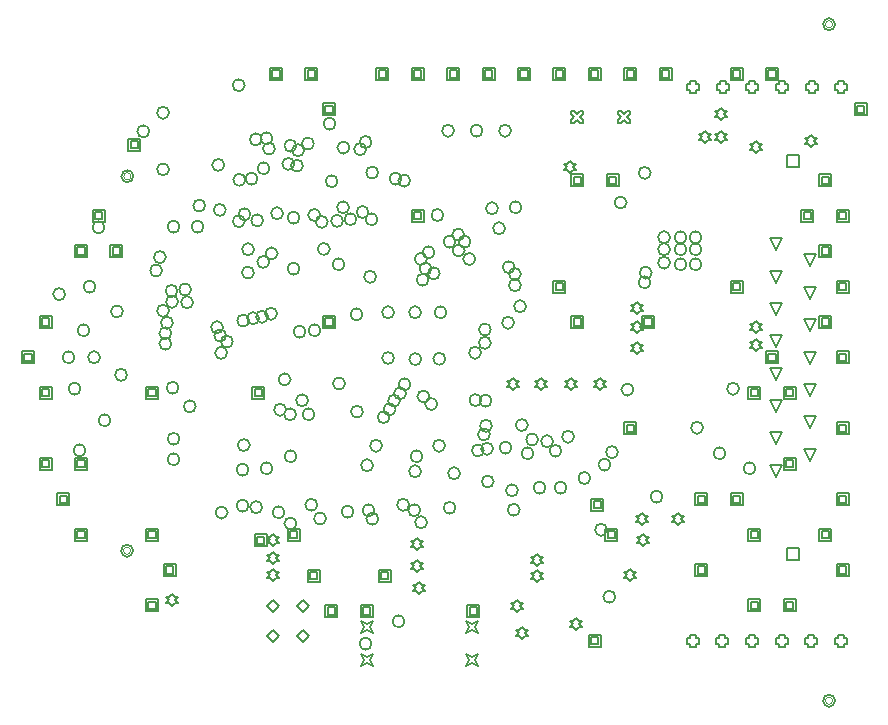
<source format=gbr>
G04*
G04 #@! TF.GenerationSoftware,Altium Limited,Altium Designer,25.1.2 (22)*
G04*
G04 Layer_Color=2752767*
%FSLAX25Y25*%
%MOIN*%
G70*
G04*
G04 #@! TF.SameCoordinates,306FC79E-9B49-4897-B38B-A4FC230E2DB4*
G04*
G04*
G04 #@! TF.FilePolarity,Positive*
G04*
G01*
G75*
%ADD87C,0.00500*%
%ADD88C,0.00667*%
%ADD89C,0.00400*%
D87*
X631000Y441500D02*
Y445500D01*
X635000D01*
Y441500D01*
X631000D01*
Y310319D02*
Y314319D01*
X635000D01*
Y310319D01*
X631000D01*
X638590Y408272D02*
X636590Y412272D01*
X640590D01*
X638590Y408272D01*
Y397484D02*
X636590Y401484D01*
X640590D01*
X638590Y397484D01*
Y386697D02*
X636590Y390697D01*
X640590D01*
X638590Y386697D01*
Y375909D02*
X636590Y379909D01*
X640590D01*
X638590Y375909D01*
Y365122D02*
X636590Y369122D01*
X640590D01*
X638590Y365122D01*
Y354335D02*
X636590Y358335D01*
X640590D01*
X638590Y354335D01*
Y343547D02*
X636590Y347547D01*
X640590D01*
X638590Y343547D01*
X627410Y413665D02*
X625410Y417665D01*
X629410D01*
X627410Y413665D01*
Y402878D02*
X625410Y406878D01*
X629410D01*
X627410Y402878D01*
Y392091D02*
X625410Y396091D01*
X629410D01*
X627410Y392091D01*
Y381303D02*
X625410Y385303D01*
X629410D01*
X627410Y381303D01*
Y370516D02*
X625410Y374516D01*
X629410D01*
X627410Y370516D01*
Y359728D02*
X625410Y363728D01*
X629410D01*
X627410Y359728D01*
Y348941D02*
X625410Y352941D01*
X629410D01*
X627410Y348941D01*
Y338154D02*
X625410Y342154D01*
X629410D01*
X627410Y338154D01*
X574563Y456005D02*
X575563D01*
X576563Y457005D01*
X577563Y456005D01*
X578563D01*
Y457005D01*
X577563Y458005D01*
X578563Y459005D01*
Y460005D01*
X577563D01*
X576563Y459005D01*
X575563Y460005D01*
X574563D01*
Y459005D01*
X575563Y458005D01*
X574563Y457005D01*
Y456005D01*
X558972D02*
X559972D01*
X560972Y457005D01*
X561972Y456005D01*
X562972D01*
Y457005D01*
X561972Y458005D01*
X562972Y459005D01*
Y460005D01*
X561972D01*
X560972Y459005D01*
X559972Y460005D01*
X558972D01*
Y459005D01*
X559972Y458005D01*
X558972Y457005D01*
Y456005D01*
X648000Y467000D02*
Y466000D01*
X650000D01*
Y467000D01*
X651000D01*
Y469000D01*
X650000D01*
Y470000D01*
X648000D01*
Y469000D01*
X647000D01*
Y467000D01*
X648000D01*
X638158D02*
Y466000D01*
X640158D01*
Y467000D01*
X641157D01*
Y469000D01*
X640158D01*
Y470000D01*
X638158D01*
Y469000D01*
X637157D01*
Y467000D01*
X638158D01*
X628315D02*
Y466000D01*
X630315D01*
Y467000D01*
X631315D01*
Y469000D01*
X630315D01*
Y470000D01*
X628315D01*
Y469000D01*
X627315D01*
Y467000D01*
X628315D01*
X618472D02*
Y466000D01*
X620472D01*
Y467000D01*
X621472D01*
Y469000D01*
X620472D01*
Y470000D01*
X618472D01*
Y469000D01*
X617472D01*
Y467000D01*
X618472D01*
X608630D02*
Y466000D01*
X610630D01*
Y467000D01*
X611630D01*
Y469000D01*
X610630D01*
Y470000D01*
X608630D01*
Y469000D01*
X607630D01*
Y467000D01*
X608630D01*
X598787D02*
Y466000D01*
X600787D01*
Y467000D01*
X601787D01*
Y469000D01*
X600787D01*
Y470000D01*
X598787D01*
Y469000D01*
X597787D01*
Y467000D01*
X598787D01*
X467500Y285000D02*
X469500Y287000D01*
X471500Y285000D01*
X469500Y283000D01*
X467500Y285000D01*
X457500D02*
X459500Y287000D01*
X461500Y285000D01*
X459500Y283000D01*
X457500Y285000D01*
X467500Y295000D02*
X469500Y297000D01*
X471500Y295000D01*
X469500Y293000D01*
X467500Y295000D01*
X457500D02*
X459500Y297000D01*
X461500Y295000D01*
X459500Y293000D01*
X457500Y295000D01*
X598630Y282500D02*
Y281500D01*
X600630D01*
Y282500D01*
X601630D01*
Y284500D01*
X600630D01*
Y285500D01*
X598630D01*
Y284500D01*
X597630D01*
Y282500D01*
X598630D01*
X608472D02*
Y281500D01*
X610472D01*
Y282500D01*
X611472D01*
Y284500D01*
X610472D01*
Y285500D01*
X608472D01*
Y284500D01*
X607472D01*
Y282500D01*
X608472D01*
X618315Y282500D02*
Y281500D01*
X620315D01*
Y282500D01*
X621315D01*
Y284500D01*
X620315D01*
Y285500D01*
X618315D01*
Y284500D01*
X617315D01*
Y282500D01*
X618315D01*
X628158D02*
Y281500D01*
X630158D01*
Y282500D01*
X631157D01*
Y284500D01*
X630158D01*
Y285500D01*
X628158D01*
Y284500D01*
X627157D01*
Y282500D01*
X628158D01*
X638000Y282500D02*
Y281500D01*
X640000D01*
Y282500D01*
X641000D01*
Y284500D01*
X640000D01*
Y285500D01*
X638000D01*
Y284500D01*
X637000D01*
Y282500D01*
X638000D01*
X647843D02*
Y281500D01*
X649843D01*
Y282500D01*
X650843D01*
Y284500D01*
X649843D01*
Y285500D01*
X647843D01*
Y284500D01*
X646842D01*
Y282500D01*
X647843D01*
X524000Y275087D02*
X525000Y277087D01*
X524000Y279087D01*
X526000Y278087D01*
X528000Y279087D01*
X527000Y277087D01*
X528000Y275087D01*
X526000Y276087D01*
X524000Y275087D01*
Y285913D02*
X525000Y287913D01*
X524000Y289913D01*
X526000Y288913D01*
X528000Y289913D01*
X527000Y287913D01*
X528000Y285913D01*
X526000Y286913D01*
X524000Y285913D01*
X489000Y275087D02*
X490000Y277087D01*
X489000Y279087D01*
X491000Y278087D01*
X493000Y279087D01*
X492000Y277087D01*
X493000Y275087D01*
X491000Y276087D01*
X489000Y275087D01*
Y285913D02*
X490000Y287913D01*
X489000Y289913D01*
X491000Y288913D01*
X493000Y289913D01*
X492000Y287913D01*
X493000Y285913D01*
X491000Y286913D01*
X489000Y285913D01*
X583000Y315000D02*
X584000Y316000D01*
X585000D01*
X584000Y317000D01*
X585000Y318000D01*
X584000D01*
X583000Y319000D01*
X582000Y318000D01*
X581000D01*
X582000Y317000D01*
X581000Y316000D01*
X582000D01*
X583000Y315000D01*
X578500Y303500D02*
X579500Y304500D01*
X580500D01*
X579500Y305500D01*
X580500Y306500D01*
X579500D01*
X578500Y307500D01*
X577500Y306500D01*
X576500D01*
X577500Y305500D01*
X576500Y304500D01*
X577500D01*
X578500Y303500D01*
X620500Y446000D02*
X621500Y447000D01*
X622500D01*
X621500Y448000D01*
X622500Y449000D01*
X621500D01*
X620500Y450000D01*
X619500Y449000D01*
X618500D01*
X619500Y448000D01*
X618500Y447000D01*
X619500D01*
X620500Y446000D01*
X639000Y448000D02*
X640000Y449000D01*
X641000D01*
X640000Y450000D01*
X641000Y451000D01*
X640000D01*
X639000Y452000D01*
X638000Y451000D01*
X637000D01*
X638000Y450000D01*
X637000Y449000D01*
X638000D01*
X639000Y448000D01*
X570407Y316898D02*
Y320898D01*
X574407D01*
Y316898D01*
X570407D01*
X571207Y317698D02*
Y320097D01*
X573607D01*
Y317698D01*
X571207D01*
X600362Y305086D02*
Y309086D01*
X604362D01*
Y305086D01*
X600362D01*
X601162Y305887D02*
Y308286D01*
X603562D01*
Y305887D01*
X601162D01*
X417291Y364142D02*
Y368142D01*
X421291D01*
Y364142D01*
X417291D01*
X418091Y364942D02*
Y367342D01*
X420491D01*
Y364942D01*
X418091D01*
X505874Y423197D02*
Y427197D01*
X509874D01*
Y423197D01*
X505874D01*
X506674Y423997D02*
Y426397D01*
X509074D01*
Y423997D01*
X506674D01*
X476346Y458630D02*
Y462630D01*
X480346D01*
Y458630D01*
X476346D01*
X477146Y459430D02*
Y461830D01*
X479546D01*
Y459430D01*
X477146D01*
X423197Y305086D02*
Y309086D01*
X427197D01*
Y305086D01*
X423197D01*
X423997Y305887D02*
Y308286D01*
X426397D01*
Y305887D01*
X423997D01*
X411386Y446819D02*
Y450819D01*
X415386D01*
Y446819D01*
X411386D01*
X412186Y447619D02*
Y450019D01*
X414586D01*
Y447619D01*
X412186D01*
X417291Y316898D02*
Y320898D01*
X421291D01*
Y316898D01*
X417291D01*
X418091Y317698D02*
Y320097D01*
X420491D01*
Y317698D01*
X418091D01*
X508343Y299157D02*
X509343Y300157D01*
X510343D01*
X509343Y301157D01*
X510343Y302157D01*
X509343D01*
X508343Y303157D01*
X507343Y302157D01*
X506343D01*
X507343Y301157D01*
X506343Y300157D01*
X507343D01*
X508343Y299157D01*
X560500Y287000D02*
X561500Y288000D01*
X562500D01*
X561500Y289000D01*
X562500Y290000D01*
X561500D01*
X560500Y291000D01*
X559500Y290000D01*
X558500D01*
X559500Y289000D01*
X558500Y288000D01*
X559500D01*
X560500Y287000D01*
X541000Y293000D02*
X542000Y294000D01*
X543000D01*
X542000Y295000D01*
X543000Y296000D01*
X542000D01*
X541000Y297000D01*
X540000Y296000D01*
X539000D01*
X540000Y295000D01*
X539000Y294000D01*
X540000D01*
X541000Y293000D01*
X547500Y303000D02*
X548500Y304000D01*
X549500D01*
X548500Y305000D01*
X549500Y306000D01*
X548500D01*
X547500Y307000D01*
X546500Y306000D01*
X545500D01*
X546500Y305000D01*
X545500Y304000D01*
X546500D01*
X547500Y303000D01*
X542500Y284091D02*
X543500Y285091D01*
X544500D01*
X543500Y286091D01*
X544500Y287091D01*
X543500D01*
X542500Y288091D01*
X541500Y287091D01*
X540500D01*
X541500Y286091D01*
X540500Y285091D01*
X541500D01*
X542500Y284091D01*
X426000Y295000D02*
X427000Y296000D01*
X428000D01*
X427000Y297000D01*
X428000Y298000D01*
X427000D01*
X426000Y299000D01*
X425000Y298000D01*
X424000D01*
X425000Y297000D01*
X424000Y296000D01*
X425000D01*
X426000Y295000D01*
X565705Y326811D02*
Y330811D01*
X569705D01*
Y326811D01*
X565705D01*
X566505Y327611D02*
Y330011D01*
X568905D01*
Y327611D01*
X566505D01*
X524366Y291378D02*
Y295378D01*
X528366D01*
Y291378D01*
X524366D01*
X525166Y292178D02*
Y294578D01*
X527566D01*
Y292178D01*
X525166D01*
X494839Y303189D02*
Y307189D01*
X498839D01*
Y303189D01*
X494839D01*
X495639Y303989D02*
Y306389D01*
X498039D01*
Y303989D01*
X495639D01*
X488933Y291378D02*
Y295378D01*
X492933D01*
Y291378D01*
X488933D01*
X489733Y292178D02*
Y294578D01*
X492133D01*
Y292178D01*
X489733D01*
X471216Y303189D02*
Y307189D01*
X475216D01*
Y303189D01*
X471216D01*
X472016Y303989D02*
Y306389D01*
X474416D01*
Y303989D01*
X472016D01*
X477122Y291378D02*
Y295378D01*
X481122D01*
Y291378D01*
X477122D01*
X477922Y292178D02*
Y294578D01*
X480322D01*
Y292178D01*
X477922D01*
X453500Y315000D02*
Y319000D01*
X457500D01*
Y315000D01*
X453500D01*
X454300Y315800D02*
Y318200D01*
X456700D01*
Y315800D01*
X454300D01*
X653512Y458630D02*
Y462630D01*
X657512D01*
Y458630D01*
X653512D01*
X654312Y459430D02*
Y461830D01*
X656712D01*
Y459430D01*
X654312D01*
X647606Y423197D02*
Y427197D01*
X651606D01*
Y423197D01*
X647606D01*
X648406Y423997D02*
Y426397D01*
X650806D01*
Y423997D01*
X648406D01*
X647606Y399575D02*
Y403575D01*
X651606D01*
Y399575D01*
X647606D01*
X648406Y400375D02*
Y402775D01*
X650806D01*
Y400375D01*
X648406D01*
X647606Y375953D02*
Y379953D01*
X651606D01*
Y375953D01*
X647606D01*
X648406Y376753D02*
Y379153D01*
X650806D01*
Y376753D01*
X648406D01*
X647606Y352331D02*
Y356331D01*
X651606D01*
Y352331D01*
X647606D01*
X648406Y353131D02*
Y355531D01*
X650806D01*
Y353131D01*
X648406D01*
X647606Y328709D02*
Y332709D01*
X651606D01*
Y328709D01*
X647606D01*
X648406Y329509D02*
Y331909D01*
X650806D01*
Y329509D01*
X648406D01*
X647606Y305086D02*
Y309086D01*
X651606D01*
Y305086D01*
X647606D01*
X648406Y305887D02*
Y308286D01*
X650806D01*
Y305887D01*
X648406D01*
X641701Y435008D02*
Y439008D01*
X645701D01*
Y435008D01*
X641701D01*
X642501Y435808D02*
Y438208D01*
X644901D01*
Y435808D01*
X642501D01*
X635795Y423197D02*
Y427197D01*
X639795D01*
Y423197D01*
X635795D01*
X636595Y423997D02*
Y426397D01*
X638995D01*
Y423997D01*
X636595D01*
X641701Y411386D02*
Y415386D01*
X645701D01*
Y411386D01*
X641701D01*
X642501Y412186D02*
Y414586D01*
X644901D01*
Y412186D01*
X642501D01*
X641701Y387764D02*
Y391764D01*
X645701D01*
Y387764D01*
X641701D01*
X642501Y388564D02*
Y390964D01*
X644901D01*
Y388564D01*
X642501D01*
X641701Y316898D02*
Y320898D01*
X645701D01*
Y316898D01*
X641701D01*
X642501Y317698D02*
Y320097D01*
X644901D01*
Y317698D01*
X642501D01*
X623984Y470441D02*
Y474441D01*
X627984D01*
Y470441D01*
X623984D01*
X624784Y471241D02*
Y473641D01*
X627184D01*
Y471241D01*
X624784D01*
X623984Y375953D02*
Y379953D01*
X627984D01*
Y375953D01*
X623984D01*
X624784Y376753D02*
Y379153D01*
X627184D01*
Y376753D01*
X624784D01*
X629890Y364142D02*
Y368142D01*
X633890D01*
Y364142D01*
X629890D01*
X630690Y364942D02*
Y367342D01*
X633090D01*
Y364942D01*
X630690D01*
X629890Y340520D02*
Y344520D01*
X633890D01*
Y340520D01*
X629890D01*
X630690Y341320D02*
Y343720D01*
X633090D01*
Y341320D01*
X630690D01*
X629890Y293275D02*
Y297275D01*
X633890D01*
Y293275D01*
X629890D01*
X630690Y294075D02*
Y296476D01*
X633090D01*
Y294075D01*
X630690D01*
X612173Y470441D02*
Y474441D01*
X616173D01*
Y470441D01*
X612173D01*
X612973Y471241D02*
Y473641D01*
X615373D01*
Y471241D01*
X612973D01*
X612173Y399575D02*
Y403575D01*
X616173D01*
Y399575D01*
X612173D01*
X612973Y400375D02*
Y402775D01*
X615373D01*
Y400375D01*
X612973D01*
X618079Y364142D02*
Y368142D01*
X622079D01*
Y364142D01*
X618079D01*
X618879Y364942D02*
Y367342D01*
X621278D01*
Y364942D01*
X618879D01*
X612173Y328709D02*
Y332709D01*
X616173D01*
Y328709D01*
X612173D01*
X612973Y329509D02*
Y331909D01*
X615373D01*
Y329509D01*
X612973D01*
X618079Y316898D02*
Y320898D01*
X622079D01*
Y316898D01*
X618079D01*
X618879Y317698D02*
Y320097D01*
X621278D01*
Y317698D01*
X618879D01*
X618079Y293275D02*
Y297275D01*
X622079D01*
Y293275D01*
X618079D01*
X618879Y294075D02*
Y296476D01*
X621278D01*
Y294075D01*
X618879D01*
X600362Y328709D02*
Y332709D01*
X604362D01*
Y328709D01*
X600362D01*
X601162Y329509D02*
Y331909D01*
X603562D01*
Y329509D01*
X601162D01*
X588551Y470441D02*
Y474441D01*
X592551D01*
Y470441D01*
X588551D01*
X589351Y471241D02*
Y473641D01*
X591751D01*
Y471241D01*
X589351D01*
X576740Y470441D02*
Y474441D01*
X580740D01*
Y470441D01*
X576740D01*
X577540Y471241D02*
Y473641D01*
X579940D01*
Y471241D01*
X577540D01*
X582646Y387764D02*
Y391764D01*
X586646D01*
Y387764D01*
X582646D01*
X583446Y388564D02*
Y390964D01*
X585846D01*
Y388564D01*
X583446D01*
X576740Y352331D02*
Y356331D01*
X580740D01*
Y352331D01*
X576740D01*
X577540Y353131D02*
Y355531D01*
X579940D01*
Y353131D01*
X577540D01*
X564929Y470441D02*
Y474441D01*
X568929D01*
Y470441D01*
X564929D01*
X565729Y471241D02*
Y473641D01*
X568129D01*
Y471241D01*
X565729D01*
X570834Y435008D02*
Y439008D01*
X574834D01*
Y435008D01*
X570834D01*
X571634Y435808D02*
Y438208D01*
X574035D01*
Y435808D01*
X571634D01*
X564929Y281465D02*
Y285465D01*
X568929D01*
Y281465D01*
X564929D01*
X565729Y282264D02*
Y284665D01*
X568129D01*
Y282264D01*
X565729D01*
X553118Y470441D02*
Y474441D01*
X557118D01*
Y470441D01*
X553118D01*
X553918Y471241D02*
Y473641D01*
X556318D01*
Y471241D01*
X553918D01*
X559023Y435008D02*
Y439008D01*
X563023D01*
Y435008D01*
X559023D01*
X559823Y435808D02*
Y438208D01*
X562223D01*
Y435808D01*
X559823D01*
X553118Y399575D02*
Y403575D01*
X557118D01*
Y399575D01*
X553118D01*
X553918Y400375D02*
Y402775D01*
X556318D01*
Y400375D01*
X553918D01*
X559023Y387764D02*
Y391764D01*
X563023D01*
Y387764D01*
X559023D01*
X559823Y388564D02*
Y390964D01*
X562223D01*
Y388564D01*
X559823D01*
X541307Y470441D02*
Y474441D01*
X545307D01*
Y470441D01*
X541307D01*
X542107Y471241D02*
Y473641D01*
X544507D01*
Y471241D01*
X542107D01*
X529496Y470441D02*
Y474441D01*
X533496D01*
Y470441D01*
X529496D01*
X530296Y471241D02*
Y473641D01*
X532696D01*
Y471241D01*
X530296D01*
X517685Y470441D02*
Y474441D01*
X521685D01*
Y470441D01*
X517685D01*
X518485Y471241D02*
Y473641D01*
X520885D01*
Y471241D01*
X518485D01*
X505874Y470441D02*
Y474441D01*
X509874D01*
Y470441D01*
X505874D01*
X506674Y471241D02*
Y473641D01*
X509074D01*
Y471241D01*
X506674D01*
X494063Y470441D02*
Y474441D01*
X498063D01*
Y470441D01*
X494063D01*
X494863Y471241D02*
Y473641D01*
X497263D01*
Y471241D01*
X494863D01*
X470441Y470441D02*
Y474441D01*
X474441D01*
Y470441D01*
X470441D01*
X471241Y471241D02*
Y473641D01*
X473641D01*
Y471241D01*
X471241D01*
X476346Y387764D02*
Y391764D01*
X480346D01*
Y387764D01*
X476346D01*
X477146Y388564D02*
Y390964D01*
X479546D01*
Y388564D01*
X477146D01*
X458630Y470441D02*
Y474441D01*
X462630D01*
Y470441D01*
X458630D01*
X459430Y471241D02*
Y473641D01*
X461830D01*
Y471241D01*
X459430D01*
X464535Y316898D02*
Y320898D01*
X468535D01*
Y316898D01*
X464535D01*
X465335Y317698D02*
Y320097D01*
X467735D01*
Y317698D01*
X465335D01*
X452724Y364142D02*
Y368142D01*
X456724D01*
Y364142D01*
X452724D01*
X453524Y364942D02*
Y367342D01*
X455924D01*
Y364942D01*
X453524D01*
X417291Y293275D02*
Y297275D01*
X421291D01*
Y293275D01*
X417291D01*
X418091Y294075D02*
Y296476D01*
X420491D01*
Y294075D01*
X418091D01*
X399575Y423197D02*
Y427197D01*
X403575D01*
Y423197D01*
X399575D01*
X400375Y423997D02*
Y426397D01*
X402775D01*
Y423997D01*
X400375D01*
X405480Y411386D02*
Y415386D01*
X409480D01*
Y411386D01*
X405480D01*
X406280Y412186D02*
Y414586D01*
X408680D01*
Y412186D01*
X406280D01*
X393669Y411386D02*
Y415386D01*
X397669D01*
Y411386D01*
X393669D01*
X394469Y412186D02*
Y414586D01*
X396869D01*
Y412186D01*
X394469D01*
X393669Y340520D02*
Y344520D01*
X397669D01*
Y340520D01*
X393669D01*
X394469Y341320D02*
Y343720D01*
X396869D01*
Y341320D01*
X394469D01*
X387764Y328709D02*
Y332709D01*
X391764D01*
Y328709D01*
X387764D01*
X388564Y329509D02*
Y331909D01*
X390964D01*
Y329509D01*
X388564D01*
X393669Y316898D02*
Y320898D01*
X397669D01*
Y316898D01*
X393669D01*
X394469Y317698D02*
Y320097D01*
X396869D01*
Y317698D01*
X394469D01*
X381858Y387764D02*
Y391764D01*
X385858D01*
Y387764D01*
X381858D01*
X382658Y388564D02*
Y390964D01*
X385058D01*
Y388564D01*
X382658D01*
X375953Y375953D02*
Y379953D01*
X379953D01*
Y375953D01*
X375953D01*
X376753Y376753D02*
Y379153D01*
X379153D01*
Y376753D01*
X376753D01*
X381858Y364142D02*
Y368142D01*
X385858D01*
Y364142D01*
X381858D01*
X382658Y364942D02*
Y367342D01*
X385058D01*
Y364942D01*
X382658D01*
X381858Y340520D02*
Y344520D01*
X385858D01*
Y340520D01*
X381858D01*
X382658Y341320D02*
Y343720D01*
X385058D01*
Y341320D01*
X382658D01*
X603500Y449500D02*
X604500Y450500D01*
X605500D01*
X604500Y451500D01*
X605500Y452500D01*
X604500D01*
X603500Y453500D01*
X602500Y452500D01*
X601500D01*
X602500Y451500D01*
X601500Y450500D01*
X602500D01*
X603500Y449500D01*
X620500Y380000D02*
X621500Y381000D01*
X622500D01*
X621500Y382000D01*
X622500Y383000D01*
X621500D01*
X620500Y384000D01*
X619500Y383000D01*
X618500D01*
X619500Y382000D01*
X618500Y381000D01*
X619500D01*
X620500Y380000D01*
X582500Y322000D02*
X583500Y323000D01*
X584500D01*
X583500Y324000D01*
X584500Y325000D01*
X583500D01*
X582500Y326000D01*
X581500Y325000D01*
X580500D01*
X581500Y324000D01*
X580500Y323000D01*
X581500D01*
X582500Y322000D01*
X594500D02*
X595500Y323000D01*
X596500D01*
X595500Y324000D01*
X596500Y325000D01*
X595500D01*
X594500Y326000D01*
X593500Y325000D01*
X592500D01*
X593500Y324000D01*
X592500Y323000D01*
X593500D01*
X594500Y322000D01*
X581000Y392500D02*
X582000Y393500D01*
X583000D01*
X582000Y394500D01*
X583000Y395500D01*
X582000D01*
X581000Y396500D01*
X580000Y395500D01*
X579000D01*
X580000Y394500D01*
X579000Y393500D01*
X580000D01*
X581000Y392500D01*
X620500Y386000D02*
X621500Y387000D01*
X622500D01*
X621500Y388000D01*
X622500Y389000D01*
X621500D01*
X620500Y390000D01*
X619500Y389000D01*
X618500D01*
X619500Y388000D01*
X618500Y387000D01*
X619500D01*
X620500Y386000D01*
X581000Y379000D02*
X582000Y380000D01*
X583000D01*
X582000Y381000D01*
X583000Y382000D01*
X582000D01*
X581000Y383000D01*
X580000Y382000D01*
X579000D01*
X580000Y381000D01*
X579000Y380000D01*
X580000D01*
X581000Y379000D01*
Y386000D02*
X582000Y387000D01*
X583000D01*
X582000Y388000D01*
X583000Y389000D01*
X582000D01*
X581000Y390000D01*
X580000Y389000D01*
X579000D01*
X580000Y388000D01*
X579000Y387000D01*
X580000D01*
X581000Y386000D01*
X568500Y367000D02*
X569500Y368000D01*
X570500D01*
X569500Y369000D01*
X570500Y370000D01*
X569500D01*
X568500Y371000D01*
X567500Y370000D01*
X566500D01*
X567500Y369000D01*
X566500Y368000D01*
X567500D01*
X568500Y367000D01*
X559000D02*
X560000Y368000D01*
X561000D01*
X560000Y369000D01*
X561000Y370000D01*
X560000D01*
X559000Y371000D01*
X558000Y370000D01*
X557000D01*
X558000Y369000D01*
X557000Y368000D01*
X558000D01*
X559000Y367000D01*
X549000D02*
X550000Y368000D01*
X551000D01*
X550000Y369000D01*
X551000Y370000D01*
X550000D01*
X549000Y371000D01*
X548000Y370000D01*
X547000D01*
X548000Y369000D01*
X547000Y368000D01*
X548000D01*
X549000Y367000D01*
X539500D02*
X540500Y368000D01*
X541500D01*
X540500Y369000D01*
X541500Y370000D01*
X540500D01*
X539500Y371000D01*
X538500Y370000D01*
X537500D01*
X538500Y369000D01*
X537500Y368000D01*
X538500D01*
X539500Y367000D01*
X609000Y449500D02*
X610000Y450500D01*
X611000D01*
X610000Y451500D01*
X611000Y452500D01*
X610000D01*
X609000Y453500D01*
X608000Y452500D01*
X607000D01*
X608000Y451500D01*
X607000Y450500D01*
X608000D01*
X609000Y449500D01*
Y457000D02*
X610000Y458000D01*
X611000D01*
X610000Y459000D01*
X611000Y460000D01*
X610000D01*
X609000Y461000D01*
X608000Y460000D01*
X607000D01*
X608000Y459000D01*
X607000Y458000D01*
X608000D01*
X609000Y457000D01*
X507500Y313802D02*
X508500Y314802D01*
X509500D01*
X508500Y315802D01*
X509500Y316802D01*
X508500D01*
X507500Y317802D01*
X506500Y316802D01*
X505500D01*
X506500Y315802D01*
X505500Y314802D01*
X506500D01*
X507500Y313802D01*
X558500Y439500D02*
X559500Y440500D01*
X560500D01*
X559500Y441500D01*
X560500Y442500D01*
X559500D01*
X558500Y443500D01*
X557500Y442500D01*
X556500D01*
X557500Y441500D01*
X556500Y440500D01*
X557500D01*
X558500Y439500D01*
X459500Y315000D02*
X460500Y316000D01*
X461500D01*
X460500Y317000D01*
X461500Y318000D01*
X460500D01*
X459500Y319000D01*
X458500Y318000D01*
X457500D01*
X458500Y317000D01*
X457500Y316000D01*
X458500D01*
X459500Y315000D01*
Y309000D02*
X460500Y310000D01*
X461500D01*
X460500Y311000D01*
X461500Y312000D01*
X460500D01*
X459500Y313000D01*
X458500Y312000D01*
X457500D01*
X458500Y311000D01*
X457500Y310000D01*
X458500D01*
X459500Y309000D01*
Y303500D02*
X460500Y304500D01*
X461500D01*
X460500Y305500D01*
X461500Y306500D01*
X460500D01*
X459500Y307500D01*
X458500Y306500D01*
X457500D01*
X458500Y305500D01*
X457500Y304500D01*
X458500D01*
X459500Y303500D01*
X507500Y306500D02*
X508500Y307500D01*
X509500D01*
X508500Y308500D01*
X509500Y309500D01*
X508500D01*
X507500Y310500D01*
X506500Y309500D01*
X505500D01*
X506500Y308500D01*
X505500Y307500D01*
X506500D01*
X507500Y306500D01*
X547500Y308500D02*
X548500Y309500D01*
X549500D01*
X548500Y310500D01*
X549500Y311500D01*
X548500D01*
X547500Y312500D01*
X546500Y311500D01*
X545500D01*
X546500Y310500D01*
X545500Y309500D01*
X546500D01*
X547500Y308500D01*
D88*
X413110Y438321D02*
G03*
X413110Y438321I-2000J0D01*
G01*
X413000Y313500D02*
G03*
X413000Y313500I-2000J0D01*
G01*
X647000Y263500D02*
G03*
X647000Y263500I-2000J0D01*
G01*
Y489000D02*
G03*
X647000Y489000I-2000J0D01*
G01*
X577521Y429567D02*
G03*
X577521Y429567I-2000J0D01*
G01*
X571000Y320500D02*
G03*
X571000Y320500I-2000J0D01*
G01*
X481178Y436670D02*
G03*
X481178Y436670I-2000J0D01*
G01*
X482995Y423434D02*
G03*
X482995Y423434I-2000J0D01*
G01*
X450437Y437138D02*
G03*
X450437Y437138I-2000J0D01*
G01*
X454500Y437500D02*
G03*
X454500Y437500I-2000J0D01*
G01*
X512500Y407500D02*
G03*
X512500Y407500I-2000J0D01*
G01*
X428500Y421500D02*
G03*
X428500Y421500I-2000J0D01*
G01*
X539000Y453500D02*
G03*
X539000Y453500I-2000J0D01*
G01*
X529500D02*
G03*
X529500Y453500I-2000J0D01*
G01*
X520000D02*
G03*
X520000Y453500I-2000J0D01*
G01*
X480500Y455862D02*
G03*
X480500Y455862I-2000J0D01*
G01*
X516470Y425398D02*
G03*
X516470Y425398I-2000J0D01*
G01*
X515228Y405945D02*
G03*
X515228Y405945I-2000J0D01*
G01*
X520500Y416500D02*
G03*
X520500Y416500I-2000J0D01*
G01*
X513500Y413000D02*
G03*
X513500Y413000I-2000J0D01*
G01*
X510903Y410742D02*
G03*
X510903Y410742I-2000J0D01*
G01*
X458500Y441000D02*
G03*
X458500Y441000I-2000J0D01*
G01*
X443394Y442106D02*
G03*
X443394Y442106I-2000J0D01*
G01*
X450199Y468676D02*
G03*
X450199Y468676I-2000J0D01*
G01*
X467457Y448500D02*
G03*
X467457Y448500I-2000J0D01*
G01*
X470000Y447000D02*
G03*
X470000Y447000I-2000J0D01*
G01*
X459500Y451000D02*
G03*
X459500Y451000I-2000J0D01*
G01*
X455894Y450606D02*
G03*
X455894Y450606I-2000J0D01*
G01*
X460307Y447519D02*
G03*
X460307Y447519I-2000J0D01*
G01*
X468500Y424500D02*
G03*
X468500Y424500I-2000J0D01*
G01*
X466753Y442457D02*
G03*
X466753Y442457I-2000J0D01*
G01*
X425000Y459500D02*
G03*
X425000Y459500I-2000J0D01*
G01*
X418415Y453298D02*
G03*
X418415Y453298I-2000J0D01*
G01*
X425000Y440632D02*
G03*
X425000Y440632I-2000J0D01*
G01*
X437074Y428559D02*
G03*
X437074Y428559I-2000J0D01*
G01*
X443894Y427106D02*
G03*
X443894Y427106I-2000J0D01*
G01*
X427818Y400106D02*
G03*
X427818Y400106I-2000J0D01*
G01*
X483500Y409000D02*
G03*
X483500Y409000I-2000J0D01*
G01*
X494500Y424000D02*
G03*
X494500Y424000I-2000J0D01*
G01*
X487462Y424011D02*
G03*
X487462Y424011I-2000J0D01*
G01*
X491500Y426379D02*
G03*
X491500Y426379I-2000J0D01*
G01*
X485000Y427970D02*
G03*
X485000Y427970I-2000J0D01*
G01*
X473282Y449228D02*
G03*
X473282Y449228I-2000J0D01*
G01*
X468500Y407500D02*
G03*
X468500Y407500I-2000J0D01*
G01*
X458406Y409772D02*
G03*
X458406Y409772I-2000J0D01*
G01*
X453331Y414000D02*
G03*
X453331Y414000I-2000J0D01*
G01*
X461173Y412591D02*
G03*
X461173Y412591I-2000J0D01*
G01*
X456383Y423617D02*
G03*
X456383Y423617I-2000J0D01*
G01*
X450258Y423359D02*
G03*
X450258Y423359I-2000J0D01*
G01*
X452120Y425651D02*
G03*
X452120Y425651I-2000J0D01*
G01*
X463000Y426000D02*
G03*
X463000Y426000I-2000J0D01*
G01*
X505384Y436868D02*
G03*
X505384Y436868I-2000J0D01*
G01*
X502500Y437500D02*
G03*
X502500Y437500I-2000J0D01*
G01*
X494728Y439569D02*
G03*
X494728Y439569I-2000J0D01*
G01*
X492500Y449728D02*
G03*
X492500Y449728I-2000J0D01*
G01*
X485115Y447879D02*
G03*
X485115Y447879I-2000J0D01*
G01*
X469644Y441856D02*
G03*
X469644Y441856I-2000J0D01*
G01*
X490680Y447359D02*
G03*
X490680Y447359I-2000J0D01*
G01*
X475406Y425399D02*
G03*
X475406Y425399I-2000J0D01*
G01*
X477870Y423130D02*
G03*
X477870Y423130I-2000J0D01*
G01*
X523390Y418862D02*
G03*
X523390Y418862I-2000J0D01*
G01*
X423934Y411360D02*
G03*
X423934Y411360I-2000J0D01*
G01*
X422684Y406897D02*
G03*
X422684Y406897I-2000J0D01*
G01*
X503500Y290000D02*
G03*
X503500Y290000I-2000J0D01*
G01*
X585500Y403000D02*
G03*
X585500Y403000I-2000J0D01*
G01*
X585878Y406188D02*
G03*
X585878Y406188I-2000J0D01*
G01*
X592000Y409522D02*
G03*
X592000Y409522I-2000J0D01*
G01*
X602500Y409000D02*
G03*
X602500Y409000I-2000J0D01*
G01*
X597500D02*
G03*
X597500Y409000I-2000J0D01*
G01*
X620500Y341000D02*
G03*
X620500Y341000I-2000J0D01*
G01*
X589500Y331500D02*
G03*
X589500Y331500I-2000J0D01*
G01*
X610500Y346000D02*
G03*
X610500Y346000I-2000J0D01*
G01*
X603000Y354500D02*
G03*
X603000Y354500I-2000J0D01*
G01*
X597500Y414000D02*
G03*
X597500Y414000I-2000J0D01*
G01*
X592000Y418000D02*
G03*
X592000Y418000I-2000J0D01*
G01*
Y414000D02*
G03*
X592000Y414000I-2000J0D01*
G01*
X602500D02*
G03*
X602500Y414000I-2000J0D01*
G01*
X597500Y418000D02*
G03*
X597500Y418000I-2000J0D01*
G01*
X615000Y367500D02*
G03*
X615000Y367500I-2000J0D01*
G01*
X602500Y418000D02*
G03*
X602500Y418000I-2000J0D01*
G01*
X573772Y298148D02*
G03*
X573772Y298148I-2000J0D01*
G01*
X533216Y336579D02*
G03*
X533216Y336579I-2000J0D01*
G01*
X533000Y347500D02*
G03*
X533000Y347500I-2000J0D01*
G01*
X529936Y346936D02*
G03*
X529936Y346936I-2000J0D01*
G01*
X500500Y360631D02*
G03*
X500500Y360631I-2000J0D01*
G01*
X498500Y358022D02*
G03*
X498500Y358022I-2000J0D01*
G01*
X478586Y414084D02*
G03*
X478586Y414084I-2000J0D01*
G01*
X579786Y367214D02*
G03*
X579786Y367214I-2000J0D01*
G01*
X471364Y363636D02*
G03*
X471364Y363636I-2000J0D01*
G01*
X467346Y358980D02*
G03*
X467346Y358980I-2000J0D01*
G01*
X465500Y370612D02*
G03*
X465500Y370612I-2000J0D01*
G01*
X473500Y359000D02*
G03*
X473500Y359000I-2000J0D01*
G01*
X500000Y377741D02*
G03*
X500000Y377741I-2000J0D01*
G01*
X483648Y369228D02*
G03*
X483648Y369228I-2000J0D01*
G01*
X542500Y428000D02*
G03*
X542500Y428000I-2000J0D01*
G01*
X517000Y348500D02*
G03*
X517000Y348500I-2000J0D01*
G01*
X574626Y346374D02*
G03*
X574626Y346374I-2000J0D01*
G01*
X555803Y346803D02*
G03*
X555803Y346803I-2000J0D01*
G01*
X560000Y351500D02*
G03*
X560000Y351500I-2000J0D01*
G01*
X544601Y355399D02*
G03*
X544601Y355399I-2000J0D01*
G01*
X541285Y333629D02*
G03*
X541285Y333629I-2000J0D01*
G01*
X550500Y334500D02*
G03*
X550500Y334500I-2000J0D01*
G01*
X534647Y427646D02*
G03*
X534647Y427646I-2000J0D01*
G01*
X537000Y421000D02*
G03*
X537000Y421000I-2000J0D01*
G01*
X544000Y395000D02*
G03*
X544000Y395000I-2000J0D01*
G01*
X539140Y347852D02*
G03*
X539140Y347852I-2000J0D01*
G01*
X520500Y327816D02*
G03*
X520500Y327816I-2000J0D01*
G01*
X456043Y328000D02*
G03*
X456043Y328000I-2000J0D01*
G01*
X444500Y326228D02*
G03*
X444500Y326228I-2000J0D01*
G01*
X493500Y327000D02*
G03*
X493500Y327000I-2000J0D01*
G01*
X494772Y324148D02*
G03*
X494772Y324148I-2000J0D01*
G01*
X492500Y282500D02*
G03*
X492500Y282500I-2000J0D01*
G01*
X585539Y439461D02*
G03*
X585539Y439461I-2000J0D01*
G01*
X532500Y363500D02*
G03*
X532500Y363500I-2000J0D01*
G01*
X532644Y355144D02*
G03*
X532644Y355144I-2000J0D01*
G01*
X531945Y352275D02*
G03*
X531945Y352275I-2000J0D01*
G01*
X548025Y350572D02*
G03*
X548025Y350572I-2000J0D01*
G01*
X572127Y342187D02*
G03*
X572127Y342187I-2000J0D01*
G01*
X565418Y337734D02*
G03*
X565418Y337734I-2000J0D01*
G01*
X514394Y362394D02*
G03*
X514394Y362394I-2000J0D01*
G01*
X511772Y364913D02*
G03*
X511772Y364913I-2000J0D01*
G01*
X541883Y327155D02*
G03*
X541883Y327155I-2000J0D01*
G01*
X527074Y410741D02*
G03*
X527074Y410741I-2000J0D01*
G01*
X525500Y416500D02*
G03*
X525500Y416500I-2000J0D01*
G01*
X523500Y413592D02*
G03*
X523500Y413592I-2000J0D01*
G01*
X517500Y393000D02*
G03*
X517500Y393000I-2000J0D01*
G01*
X509000D02*
G03*
X509000Y393000I-2000J0D01*
G01*
X451902Y348718D02*
G03*
X451902Y348718I-2000J0D01*
G01*
X540224Y408000D02*
G03*
X540224Y408000I-2000J0D01*
G01*
X542272Y402000D02*
G03*
X542272Y402000I-2000J0D01*
G01*
Y405757D02*
G03*
X542272Y405757I-2000J0D01*
G01*
X532272Y387228D02*
G03*
X532272Y387228I-2000J0D01*
G01*
X522000Y339316D02*
G03*
X522000Y339316I-2000J0D01*
G01*
X511500Y403816D02*
G03*
X511500Y403816I-2000J0D01*
G01*
X403500Y421316D02*
G03*
X403500Y421316I-2000J0D01*
G01*
X409610Y393277D02*
G03*
X409610Y393277I-2000J0D01*
G01*
X402000Y378000D02*
G03*
X402000Y378000I-2000J0D01*
G01*
X393500D02*
G03*
X393500Y378000I-2000J0D01*
G01*
X397157Y346973D02*
G03*
X397157Y346973I-2000J0D01*
G01*
X505000Y328816D02*
G03*
X505000Y328816I-2000J0D01*
G01*
X489633Y359857D02*
G03*
X489633Y359857I-2000J0D01*
G01*
X451712Y390212D02*
G03*
X451712Y390212I-2000J0D01*
G01*
X444046Y385239D02*
G03*
X444046Y385239I-2000J0D01*
G01*
X443000Y388000D02*
G03*
X443000Y388000I-2000J0D01*
G01*
X446244Y383228D02*
G03*
X446244Y383228I-2000J0D01*
G01*
X489500Y392316D02*
G03*
X489500Y392316I-2000J0D01*
G01*
X398500Y387000D02*
G03*
X398500Y387000I-2000J0D01*
G01*
X546496Y345996D02*
G03*
X546496Y345996I-2000J0D01*
G01*
X557500Y334500D02*
G03*
X557500Y334500I-2000J0D01*
G01*
X532272Y382816D02*
G03*
X532272Y382816I-2000J0D01*
G01*
X529113Y363703D02*
G03*
X529113Y363703I-2000J0D01*
G01*
X474439Y328816D02*
G03*
X474439Y328816I-2000J0D01*
G01*
X451500Y340500D02*
G03*
X451500Y340500I-2000J0D01*
G01*
X428500Y350816D02*
G03*
X428500Y350816I-2000J0D01*
G01*
X444365Y379451D02*
G03*
X444365Y379451I-2000J0D01*
G01*
X433000Y396316D02*
G03*
X433000Y396316I-2000J0D01*
G01*
X432361Y400573D02*
G03*
X432361Y400573I-2000J0D01*
G01*
X494000Y404816D02*
G03*
X494000Y404816I-2000J0D01*
G01*
X553000Y350000D02*
G03*
X553000Y350000I-2000J0D01*
G01*
X477341Y324228D02*
G03*
X477341Y324228I-2000J0D01*
G01*
X500000Y393000D02*
G03*
X500000Y393000I-2000J0D01*
G01*
X540000Y389500D02*
G03*
X540000Y389500I-2000J0D01*
G01*
X467439Y322579D02*
G03*
X467439Y322579I-2000J0D01*
G01*
X400500Y401500D02*
G03*
X400500Y401500I-2000J0D01*
G01*
X436500Y421500D02*
G03*
X436500Y421500I-2000J0D01*
G01*
X395500Y367500D02*
G03*
X395500Y367500I-2000J0D01*
G01*
X411000Y372132D02*
G03*
X411000Y372132I-2000J0D01*
G01*
X405500Y357000D02*
G03*
X405500Y357000I-2000J0D01*
G01*
X390351Y399032D02*
G03*
X390351Y399032I-2000J0D01*
G01*
X428000Y396500D02*
G03*
X428000Y396500I-2000J0D01*
G01*
X453285Y406219D02*
G03*
X453285Y406219I-2000J0D01*
G01*
X433892Y361615D02*
G03*
X433892Y361615I-2000J0D01*
G01*
X428500Y344000D02*
G03*
X428500Y344000I-2000J0D01*
G01*
X463488Y326331D02*
G03*
X463488Y326331I-2000J0D01*
G01*
X517091Y377480D02*
G03*
X517091Y377480I-2000J0D01*
G01*
X428177Y367824D02*
G03*
X428177Y367824I-2000J0D01*
G01*
X425772Y386000D02*
G03*
X425772Y386000I-2000J0D01*
G01*
Y382500D02*
G03*
X425772Y382500I-2000J0D01*
G01*
X426272Y389500D02*
G03*
X426272Y389500I-2000J0D01*
G01*
X425000Y393500D02*
G03*
X425000Y393500I-2000J0D01*
G01*
X508728Y327000D02*
G03*
X508728Y327000I-2000J0D01*
G01*
X511000Y323000D02*
G03*
X511000Y323000I-2000J0D01*
G01*
X451500Y328500D02*
G03*
X451500Y328500I-2000J0D01*
G01*
X529000Y379500D02*
G03*
X529000Y379500I-2000J0D01*
G01*
X459500Y341000D02*
G03*
X459500Y341000I-2000J0D01*
G01*
X509500Y345000D02*
G03*
X509500Y345000I-2000J0D01*
G01*
X509000Y340000D02*
G03*
X509000Y340000I-2000J0D01*
G01*
X509081Y377361D02*
G03*
X509081Y377361I-2000J0D01*
G01*
X475500Y387000D02*
G03*
X475500Y387000I-2000J0D01*
G01*
X502019Y363532D02*
G03*
X502019Y363532I-2000J0D01*
G01*
X504000Y366000D02*
G03*
X504000Y366000I-2000J0D01*
G01*
X505500Y369000D02*
G03*
X505500Y369000I-2000J0D01*
G01*
X461000Y392500D02*
G03*
X461000Y392500I-2000J0D01*
G01*
X458000Y391500D02*
G03*
X458000Y391500I-2000J0D01*
G01*
X455000Y391000D02*
G03*
X455000Y391000I-2000J0D01*
G01*
X467500Y345000D02*
G03*
X467500Y345000I-2000J0D01*
G01*
X464000Y360500D02*
G03*
X464000Y360500I-2000J0D01*
G01*
X470500Y386500D02*
G03*
X470500Y386500I-2000J0D01*
G01*
X486500Y326500D02*
G03*
X486500Y326500I-2000J0D01*
G01*
X493000Y342000D02*
G03*
X493000Y342000I-2000J0D01*
G01*
X496000Y348500D02*
G03*
X496000Y348500I-2000J0D01*
G01*
D89*
X412310Y438321D02*
G03*
X412310Y438321I-1200J0D01*
G01*
X412200Y313500D02*
G03*
X412200Y313500I-1200J0D01*
G01*
X646200Y263500D02*
G03*
X646200Y263500I-1200J0D01*
G01*
Y489000D02*
G03*
X646200Y489000I-1200J0D01*
G01*
M02*

</source>
